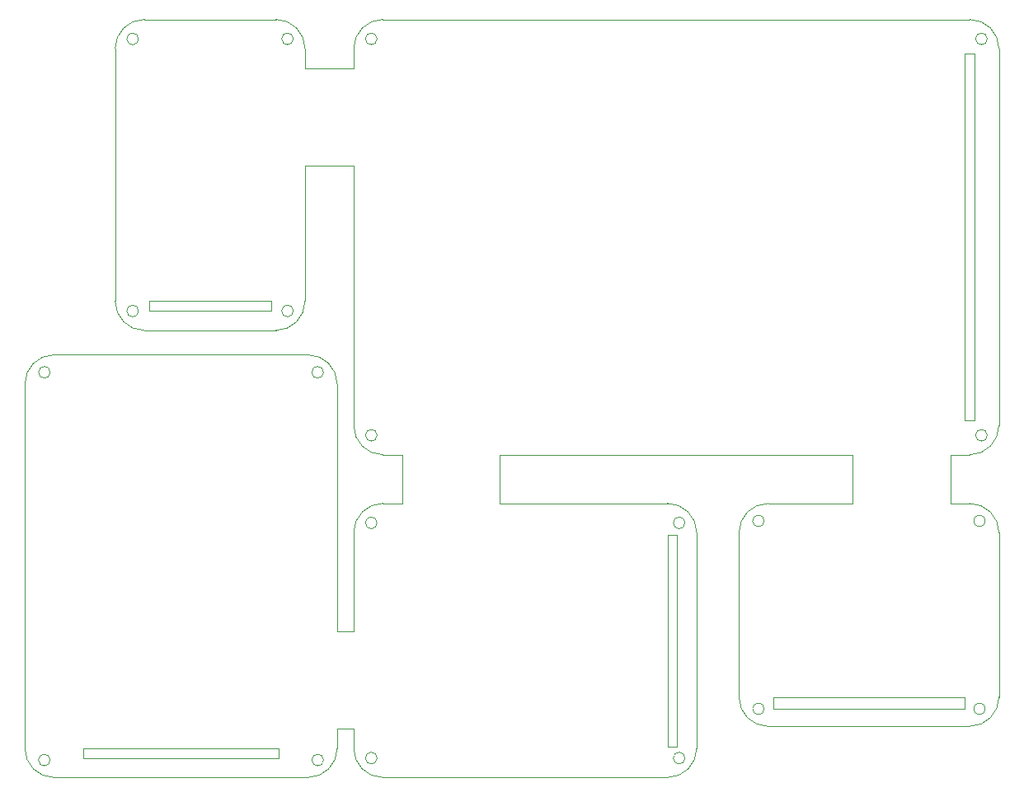
<source format=gm1>
%TF.GenerationSoftware,KiCad,Pcbnew,7.0.7*%
%TF.CreationDate,2023-09-01T15:34:13+08:00*%
%TF.ProjectId,UINIO-Monitor,55494e49-4f2d-44d6-9f6e-69746f722e6b,Version 3.2.0*%
%TF.SameCoordinates,PXbd63908PY4089518*%
%TF.FileFunction,Profile,NP*%
%FSLAX46Y46*%
G04 Gerber Fmt 4.6, Leading zero omitted, Abs format (unit mm)*
G04 Created by KiCad (PCBNEW 7.0.7) date 2023-09-01 15:34:13*
%MOMM*%
%LPD*%
G01*
G04 APERTURE LIST*
%TA.AperFunction,Profile*%
%ADD10C,0.100000*%
%TD*%
G04 APERTURE END LIST*
D10*
X-28040000Y-52720000D02*
X-28040000Y-74880000D01*
X-68260000Y-3000000D02*
X-68260000Y-5000000D01*
X0Y-72620000D02*
X-20700000Y-72620000D01*
X0Y-44719960D02*
G75*
G03*
X3000000Y-41720000I20J2999980D01*
G01*
X-63260000Y-40220000D02*
X-63260000Y-41720000D01*
X-500000Y-70820000D02*
X-20200000Y-70820000D01*
X-66360000Y-36250000D02*
G75*
G03*
X-66360000Y-36250000I-600000J0D01*
G01*
X-2000000Y-44720000D02*
X0Y-44720000D01*
X3000000Y-3000000D02*
G75*
G03*
X0Y0I-2999980J20D01*
G01*
X3000000Y-52720000D02*
G75*
G03*
X0Y-49720000I-2999980J20D01*
G01*
X-71260000Y-31949960D02*
G75*
G03*
X-68260000Y-28950000I20J2999980D01*
G01*
X-85360000Y-2000000D02*
G75*
G03*
X-85360000Y-2000000I-600000J0D01*
G01*
X-85360000Y-29950000D02*
G75*
G03*
X-85360000Y-29950000I-600000J0D01*
G01*
X-58260000Y-44720000D02*
X-58260000Y-49720000D01*
X-500000Y-69620000D02*
X-500000Y-70820000D01*
X-63260000Y-74880000D02*
G75*
G03*
X-60260000Y-77880000I3000020J20D01*
G01*
X-60860000Y-75880000D02*
G75*
G03*
X-60860000Y-75880000I-600000J0D01*
G01*
X-69460000Y-29950000D02*
G75*
G03*
X-69460000Y-29950000I-600000J0D01*
G01*
X-48260000Y-44720000D02*
X-48260000Y-49720000D01*
X-500000Y-41220000D02*
X-500000Y-3500000D01*
X-23700000Y-69620000D02*
X-23700000Y-52720000D01*
X-60260000Y-77880000D02*
X-31040000Y-77880000D01*
X-2000000Y-49720000D02*
X0Y-49720000D01*
X-69460000Y-2000000D02*
G75*
G03*
X-69460000Y-2000000I-600000J0D01*
G01*
X-70995000Y-74880000D02*
X-70995000Y-75880000D01*
X-64960000Y-74880000D02*
X-64960000Y-72880000D01*
X-84760000Y0D02*
X-71260000Y0D01*
X-68260000Y-5000000D02*
X-63260000Y-5000000D01*
X-64960000Y-37450000D02*
G75*
G03*
X-67960000Y-34450000I-2999980J20D01*
G01*
X-63260000Y-15000000D02*
X-63260000Y-40220000D01*
X500000Y-41220000D02*
X-500000Y-41220000D01*
X-70995000Y-75880000D02*
X-90995000Y-75880000D01*
X-60260000Y-44720000D02*
X-58260000Y-44720000D01*
X1600000Y-51520000D02*
G75*
G03*
X1600000Y-51520000I-600000J0D01*
G01*
X-87760000Y-28950000D02*
X-87760000Y-3000000D01*
X-20200000Y-69620000D02*
X-500000Y-69620000D01*
X-2000000Y-44720000D02*
X-2000000Y-49720000D01*
X3000000Y-52720000D02*
X3000000Y-69620000D01*
X-31040000Y-74680000D02*
X-31040000Y-52920000D01*
X-63260000Y-41720000D02*
G75*
G03*
X-60260000Y-44720000I3000020J20D01*
G01*
X-63260000Y-52720000D02*
X-63260000Y-62880000D01*
X-60860000Y-51720000D02*
G75*
G03*
X-60860000Y-51720000I-600000J0D01*
G01*
X-60260000Y-49719960D02*
G75*
G03*
X-63260000Y-52720000I20J-3000020D01*
G01*
X-21100000Y-70820000D02*
G75*
G03*
X-21100000Y-70820000I-600000J0D01*
G01*
X-66360000Y-76080000D02*
G75*
G03*
X-66360000Y-76080000I-600000J0D01*
G01*
X500000Y-3500000D02*
X500000Y-41220000D01*
X-68260000Y-3000000D02*
G75*
G03*
X-71260000Y0I-2999980J20D01*
G01*
X-94430000Y-76080000D02*
G75*
G03*
X-94430000Y-76080000I-600000J0D01*
G01*
X1600000Y-70820000D02*
G75*
G03*
X1600000Y-70820000I-600000J0D01*
G01*
X-97030000Y-74880000D02*
G75*
G03*
X-94030000Y-77880000I3000020J20D01*
G01*
X-63260000Y-72880000D02*
X-64960000Y-72880000D01*
X-12000000Y-49720000D02*
X-12000000Y-44720000D01*
X-63260000Y-15000000D02*
X-68260000Y-15000000D01*
X-60260000Y-11D02*
G75*
G03*
X-63259996Y-2954372I20J-3000369D01*
G01*
X-20700000Y-49720000D02*
X-12000000Y-49720000D01*
X-84260000Y-29950000D02*
X-84260000Y-28950000D01*
X-71760000Y-28950000D02*
X-71760000Y-29950000D01*
X-58260000Y-49720000D02*
X-60260000Y-49720000D01*
X3000000Y-3000000D02*
X3000000Y-41720000D01*
X1800000Y-2000000D02*
G75*
G03*
X1800000Y-2000000I-600000J0D01*
G01*
X-29240000Y-75880000D02*
G75*
G03*
X-29240000Y-75880000I-600000J0D01*
G01*
X-48260000Y-49720000D02*
X-31040000Y-49720000D01*
X-84760000Y40D02*
G75*
G03*
X-87760000Y-3000000I20J-3000020D01*
G01*
X-67960000Y-77879960D02*
G75*
G03*
X-64960000Y-74880023I20J2999980D01*
G01*
X-31040000Y-77879960D02*
G75*
G03*
X-28040000Y-74880000I20J2999980D01*
G01*
X-67960000Y-77880000D02*
X-94030000Y-77880000D01*
X-71260000Y-31950000D02*
X-84760000Y-31950000D01*
X-30040000Y-52920000D02*
X-30040000Y-74680000D01*
X-60860000Y-42720000D02*
G75*
G03*
X-60860000Y-42720000I-600000J0D01*
G01*
X-94430000Y-36250000D02*
G75*
G03*
X-94430000Y-36250000I-600000J0D01*
G01*
X-71760000Y-29950000D02*
X-84260000Y-29950000D01*
X-90995000Y-74880000D02*
X-70995000Y-74880000D01*
X-21100000Y-51520000D02*
G75*
G03*
X-21100000Y-51520000I-600000J0D01*
G01*
X-97030000Y-74880000D02*
X-97030000Y-37450000D01*
X0Y-72619960D02*
G75*
G03*
X3000000Y-69620000I20J2999980D01*
G01*
X-84260000Y-28950000D02*
X-71760000Y-28950000D01*
X-64960000Y-37450000D02*
X-64960000Y-62880000D01*
X-90995000Y-75880000D02*
X-90995000Y-74880000D01*
X-63260000Y-62880000D02*
X-64960000Y-62880000D01*
X-87760000Y-28950000D02*
G75*
G03*
X-84760000Y-31950000I3000020J20D01*
G01*
X-60860000Y-2000000D02*
G75*
G03*
X-60860000Y-2000000I-600000J0D01*
G01*
X-500000Y-3500000D02*
X500000Y-3500000D01*
X-30040000Y-74680000D02*
X-31040000Y-74680000D01*
X-12000000Y-44720000D02*
X-48260000Y-44720000D01*
X-31040000Y-52920000D02*
X-30040000Y-52920000D01*
X-94030000Y-34449960D02*
G75*
G03*
X-97030000Y-37450000I20J-3000020D01*
G01*
X1800000Y-42720000D02*
G75*
G03*
X1800000Y-42720000I-600000J0D01*
G01*
X-63260000Y-74880000D02*
X-63260000Y-72880000D01*
X-29240000Y-51720000D02*
G75*
G03*
X-29240000Y-51720000I-600000J0D01*
G01*
X-68260000Y-28950000D02*
X-68260000Y-15000000D01*
X-94030000Y-34450000D02*
X-67960000Y-34450000D01*
X-60260000Y0D02*
X0Y0D01*
X-63260000Y-2954300D02*
X-63260000Y-5000000D01*
X-23700000Y-69620000D02*
G75*
G03*
X-20700000Y-72620000I3000020J20D01*
G01*
X-20200000Y-70820000D02*
X-20200000Y-69620000D01*
X-28040000Y-52720000D02*
G75*
G03*
X-31040000Y-49720000I-2999980J20D01*
G01*
X-20700000Y-49719960D02*
G75*
G03*
X-23700000Y-52720000I20J-3000020D01*
G01*
M02*

</source>
